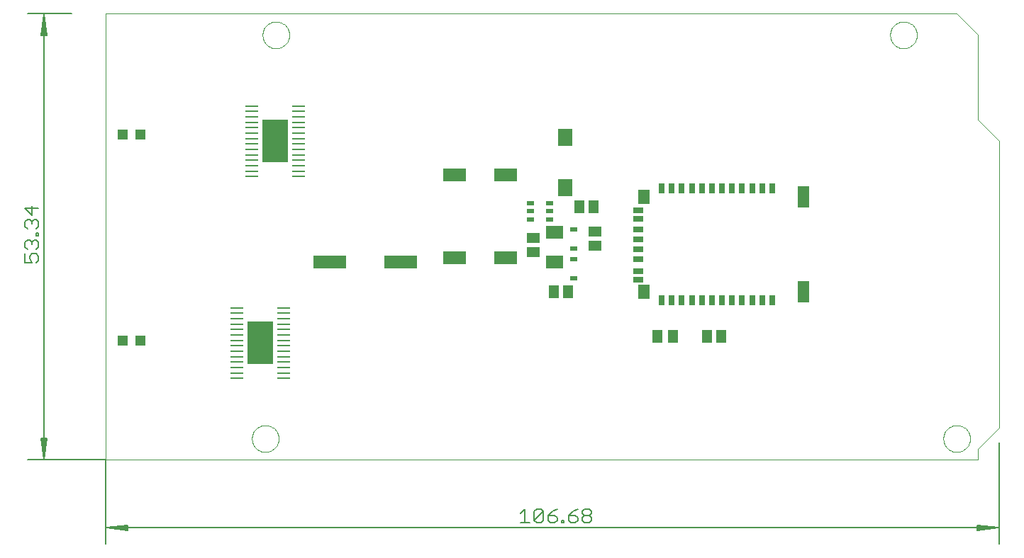
<source format=gtp>
G75*
%MOIN*%
%OFA0B0*%
%FSLAX24Y24*%
%IPPOS*%
%LPD*%
%AMOC8*
5,1,8,0,0,1.08239X$1,22.5*
%
%ADD10C,0.0000*%
%ADD11C,0.0051*%
%ADD12C,0.0060*%
%ADD13R,0.0315X0.0512*%
%ADD14R,0.0512X0.0315*%
%ADD15R,0.0551X0.0709*%
%ADD16R,0.0551X0.0984*%
%ADD17R,0.0610X0.0098*%
%ADD18R,0.1220X0.2039*%
%ADD19R,0.1110X0.0620*%
%ADD20R,0.0472X0.0472*%
%ADD21R,0.0512X0.0591*%
%ADD22R,0.1535X0.0630*%
%ADD23R,0.0354X0.0236*%
%ADD24R,0.0591X0.0512*%
%ADD25R,0.0669X0.0787*%
%ADD26R,0.0787X0.0591*%
%ADD27R,0.0327X0.0248*%
D10*
X004160Y004093D02*
X004160Y025093D01*
X044160Y025093D01*
X045160Y024093D01*
X045160Y020093D01*
X046160Y019093D01*
X046160Y005593D01*
X045160Y004593D01*
X045160Y004093D01*
X004160Y004093D01*
X011030Y005093D02*
X011032Y005143D01*
X011038Y005193D01*
X011048Y005242D01*
X011062Y005290D01*
X011079Y005337D01*
X011100Y005382D01*
X011125Y005426D01*
X011153Y005467D01*
X011185Y005506D01*
X011219Y005543D01*
X011256Y005577D01*
X011296Y005607D01*
X011338Y005634D01*
X011382Y005658D01*
X011428Y005679D01*
X011475Y005695D01*
X011523Y005708D01*
X011573Y005717D01*
X011622Y005722D01*
X011673Y005723D01*
X011723Y005720D01*
X011772Y005713D01*
X011821Y005702D01*
X011869Y005687D01*
X011915Y005669D01*
X011960Y005647D01*
X012003Y005621D01*
X012044Y005592D01*
X012083Y005560D01*
X012119Y005525D01*
X012151Y005487D01*
X012181Y005447D01*
X012208Y005404D01*
X012231Y005360D01*
X012250Y005314D01*
X012266Y005266D01*
X012278Y005217D01*
X012286Y005168D01*
X012290Y005118D01*
X012290Y005068D01*
X012286Y005018D01*
X012278Y004969D01*
X012266Y004920D01*
X012250Y004872D01*
X012231Y004826D01*
X012208Y004782D01*
X012181Y004739D01*
X012151Y004699D01*
X012119Y004661D01*
X012083Y004626D01*
X012044Y004594D01*
X012003Y004565D01*
X011960Y004539D01*
X011915Y004517D01*
X011869Y004499D01*
X011821Y004484D01*
X011772Y004473D01*
X011723Y004466D01*
X011673Y004463D01*
X011622Y004464D01*
X011573Y004469D01*
X011523Y004478D01*
X011475Y004491D01*
X011428Y004507D01*
X011382Y004528D01*
X011338Y004552D01*
X011296Y004579D01*
X011256Y004609D01*
X011219Y004643D01*
X011185Y004680D01*
X011153Y004719D01*
X011125Y004760D01*
X011100Y004804D01*
X011079Y004849D01*
X011062Y004896D01*
X011048Y004944D01*
X011038Y004993D01*
X011032Y005043D01*
X011030Y005093D01*
X043530Y005093D02*
X043532Y005143D01*
X043538Y005193D01*
X043548Y005242D01*
X043562Y005290D01*
X043579Y005337D01*
X043600Y005382D01*
X043625Y005426D01*
X043653Y005467D01*
X043685Y005506D01*
X043719Y005543D01*
X043756Y005577D01*
X043796Y005607D01*
X043838Y005634D01*
X043882Y005658D01*
X043928Y005679D01*
X043975Y005695D01*
X044023Y005708D01*
X044073Y005717D01*
X044122Y005722D01*
X044173Y005723D01*
X044223Y005720D01*
X044272Y005713D01*
X044321Y005702D01*
X044369Y005687D01*
X044415Y005669D01*
X044460Y005647D01*
X044503Y005621D01*
X044544Y005592D01*
X044583Y005560D01*
X044619Y005525D01*
X044651Y005487D01*
X044681Y005447D01*
X044708Y005404D01*
X044731Y005360D01*
X044750Y005314D01*
X044766Y005266D01*
X044778Y005217D01*
X044786Y005168D01*
X044790Y005118D01*
X044790Y005068D01*
X044786Y005018D01*
X044778Y004969D01*
X044766Y004920D01*
X044750Y004872D01*
X044731Y004826D01*
X044708Y004782D01*
X044681Y004739D01*
X044651Y004699D01*
X044619Y004661D01*
X044583Y004626D01*
X044544Y004594D01*
X044503Y004565D01*
X044460Y004539D01*
X044415Y004517D01*
X044369Y004499D01*
X044321Y004484D01*
X044272Y004473D01*
X044223Y004466D01*
X044173Y004463D01*
X044122Y004464D01*
X044073Y004469D01*
X044023Y004478D01*
X043975Y004491D01*
X043928Y004507D01*
X043882Y004528D01*
X043838Y004552D01*
X043796Y004579D01*
X043756Y004609D01*
X043719Y004643D01*
X043685Y004680D01*
X043653Y004719D01*
X043625Y004760D01*
X043600Y004804D01*
X043579Y004849D01*
X043562Y004896D01*
X043548Y004944D01*
X043538Y004993D01*
X043532Y005043D01*
X043530Y005093D01*
X041030Y024093D02*
X041032Y024143D01*
X041038Y024193D01*
X041048Y024242D01*
X041062Y024290D01*
X041079Y024337D01*
X041100Y024382D01*
X041125Y024426D01*
X041153Y024467D01*
X041185Y024506D01*
X041219Y024543D01*
X041256Y024577D01*
X041296Y024607D01*
X041338Y024634D01*
X041382Y024658D01*
X041428Y024679D01*
X041475Y024695D01*
X041523Y024708D01*
X041573Y024717D01*
X041622Y024722D01*
X041673Y024723D01*
X041723Y024720D01*
X041772Y024713D01*
X041821Y024702D01*
X041869Y024687D01*
X041915Y024669D01*
X041960Y024647D01*
X042003Y024621D01*
X042044Y024592D01*
X042083Y024560D01*
X042119Y024525D01*
X042151Y024487D01*
X042181Y024447D01*
X042208Y024404D01*
X042231Y024360D01*
X042250Y024314D01*
X042266Y024266D01*
X042278Y024217D01*
X042286Y024168D01*
X042290Y024118D01*
X042290Y024068D01*
X042286Y024018D01*
X042278Y023969D01*
X042266Y023920D01*
X042250Y023872D01*
X042231Y023826D01*
X042208Y023782D01*
X042181Y023739D01*
X042151Y023699D01*
X042119Y023661D01*
X042083Y023626D01*
X042044Y023594D01*
X042003Y023565D01*
X041960Y023539D01*
X041915Y023517D01*
X041869Y023499D01*
X041821Y023484D01*
X041772Y023473D01*
X041723Y023466D01*
X041673Y023463D01*
X041622Y023464D01*
X041573Y023469D01*
X041523Y023478D01*
X041475Y023491D01*
X041428Y023507D01*
X041382Y023528D01*
X041338Y023552D01*
X041296Y023579D01*
X041256Y023609D01*
X041219Y023643D01*
X041185Y023680D01*
X041153Y023719D01*
X041125Y023760D01*
X041100Y023804D01*
X041079Y023849D01*
X041062Y023896D01*
X041048Y023944D01*
X041038Y023993D01*
X041032Y024043D01*
X041030Y024093D01*
X011530Y024093D02*
X011532Y024143D01*
X011538Y024193D01*
X011548Y024242D01*
X011562Y024290D01*
X011579Y024337D01*
X011600Y024382D01*
X011625Y024426D01*
X011653Y024467D01*
X011685Y024506D01*
X011719Y024543D01*
X011756Y024577D01*
X011796Y024607D01*
X011838Y024634D01*
X011882Y024658D01*
X011928Y024679D01*
X011975Y024695D01*
X012023Y024708D01*
X012073Y024717D01*
X012122Y024722D01*
X012173Y024723D01*
X012223Y024720D01*
X012272Y024713D01*
X012321Y024702D01*
X012369Y024687D01*
X012415Y024669D01*
X012460Y024647D01*
X012503Y024621D01*
X012544Y024592D01*
X012583Y024560D01*
X012619Y024525D01*
X012651Y024487D01*
X012681Y024447D01*
X012708Y024404D01*
X012731Y024360D01*
X012750Y024314D01*
X012766Y024266D01*
X012778Y024217D01*
X012786Y024168D01*
X012790Y024118D01*
X012790Y024068D01*
X012786Y024018D01*
X012778Y023969D01*
X012766Y023920D01*
X012750Y023872D01*
X012731Y023826D01*
X012708Y023782D01*
X012681Y023739D01*
X012651Y023699D01*
X012619Y023661D01*
X012583Y023626D01*
X012544Y023594D01*
X012503Y023565D01*
X012460Y023539D01*
X012415Y023517D01*
X012369Y023499D01*
X012321Y023484D01*
X012272Y023473D01*
X012223Y023466D01*
X012173Y023463D01*
X012122Y023464D01*
X012073Y023469D01*
X012023Y023478D01*
X011975Y023491D01*
X011928Y023507D01*
X011882Y023528D01*
X011838Y023552D01*
X011796Y023579D01*
X011756Y023609D01*
X011719Y023643D01*
X011685Y023680D01*
X011653Y023719D01*
X011625Y023760D01*
X011600Y023804D01*
X011579Y023849D01*
X011562Y023896D01*
X011548Y023944D01*
X011538Y023993D01*
X011532Y024043D01*
X011530Y024093D01*
D11*
X004160Y004093D02*
X004160Y000126D01*
X004185Y000893D02*
X005183Y000791D01*
X005183Y000768D02*
X004185Y000893D01*
X005183Y000996D01*
X005183Y001019D02*
X005183Y000768D01*
X005183Y000842D02*
X004185Y000893D01*
X005183Y000944D01*
X005183Y001019D02*
X004185Y000893D01*
X046134Y000893D01*
X045136Y000791D01*
X045136Y000768D02*
X046134Y000893D01*
X045136Y000996D01*
X045136Y001019D02*
X045136Y000768D01*
X045136Y000842D02*
X046134Y000893D01*
X045136Y000944D01*
X045136Y001019D02*
X046134Y000893D01*
X046160Y000126D02*
X046160Y004893D01*
X004160Y004093D02*
X000492Y004093D01*
X001260Y004119D02*
X001362Y005117D01*
X001385Y005117D02*
X001260Y004119D01*
X001157Y005117D01*
X001134Y005117D02*
X001385Y005117D01*
X001311Y005117D02*
X001260Y004119D01*
X001208Y005117D01*
X001134Y005117D02*
X001260Y004119D01*
X001260Y025068D01*
X001362Y024070D01*
X001385Y024070D02*
X001260Y025068D01*
X001157Y024070D01*
X001134Y024070D02*
X001385Y024070D01*
X001311Y024070D02*
X001260Y025068D01*
X001208Y024070D01*
X001134Y024070D02*
X001260Y025068D01*
X000492Y025093D02*
X002560Y025093D01*
D12*
X000683Y016050D02*
X000683Y015623D01*
X000363Y015943D01*
X001003Y015943D01*
X000897Y015405D02*
X001003Y015299D01*
X001003Y015085D01*
X000897Y014978D01*
X000897Y014763D02*
X001003Y014763D01*
X001003Y014656D01*
X000897Y014656D01*
X000897Y014763D01*
X000897Y014439D02*
X001003Y014332D01*
X001003Y014118D01*
X000897Y014012D01*
X000897Y013794D02*
X001003Y013687D01*
X001003Y013474D01*
X000897Y013367D01*
X000683Y013367D02*
X000576Y013581D01*
X000576Y013687D01*
X000683Y013794D01*
X000897Y013794D01*
X000470Y014012D02*
X000363Y014118D01*
X000363Y014332D01*
X000470Y014439D01*
X000576Y014439D01*
X000683Y014332D01*
X000790Y014439D01*
X000897Y014439D01*
X000683Y014332D02*
X000683Y014225D01*
X000363Y013794D02*
X000363Y013367D01*
X000683Y013367D01*
X000470Y014978D02*
X000363Y015085D01*
X000363Y015299D01*
X000470Y015405D01*
X000576Y015405D01*
X000683Y015299D01*
X000790Y015405D01*
X000897Y015405D01*
X000683Y015299D02*
X000683Y015192D01*
X023654Y001577D02*
X023867Y001790D01*
X023867Y001149D01*
X023654Y001149D02*
X024081Y001149D01*
X024298Y001256D02*
X024725Y001683D01*
X024725Y001256D01*
X024619Y001149D01*
X024405Y001149D01*
X024298Y001256D01*
X024298Y001683D01*
X024405Y001790D01*
X024619Y001790D01*
X024725Y001683D01*
X024943Y001470D02*
X025263Y001470D01*
X025370Y001363D01*
X025370Y001256D01*
X025263Y001149D01*
X025050Y001149D01*
X024943Y001256D01*
X024943Y001470D01*
X025156Y001683D01*
X025370Y001790D01*
X025910Y001470D02*
X026230Y001470D01*
X026337Y001363D01*
X026337Y001256D01*
X026230Y001149D01*
X026017Y001149D01*
X025910Y001256D01*
X025910Y001470D01*
X026123Y001683D01*
X026337Y001790D01*
X026554Y001683D02*
X026554Y001577D01*
X026661Y001470D01*
X026875Y001470D01*
X026981Y001363D01*
X026981Y001256D01*
X026875Y001149D01*
X026661Y001149D01*
X026554Y001256D01*
X026554Y001363D01*
X026661Y001470D01*
X026875Y001470D02*
X026981Y001577D01*
X026981Y001683D01*
X026875Y001790D01*
X026661Y001790D01*
X026554Y001683D01*
X025694Y001256D02*
X025694Y001149D01*
X025587Y001149D01*
X025587Y001256D01*
X025694Y001256D01*
D13*
X030286Y011600D03*
X030759Y011600D03*
X031231Y011600D03*
X031704Y011600D03*
X032176Y011600D03*
X032648Y011600D03*
X033121Y011600D03*
X033593Y011600D03*
X034066Y011600D03*
X034538Y011600D03*
X035011Y011600D03*
X035483Y011600D03*
X035483Y016875D03*
X035011Y016875D03*
X034538Y016875D03*
X034066Y016875D03*
X033593Y016875D03*
X033121Y016875D03*
X032648Y016875D03*
X032176Y016875D03*
X031704Y016875D03*
X031231Y016875D03*
X030759Y016875D03*
X030286Y016875D03*
D14*
X029184Y015852D03*
X029184Y015458D03*
X029184Y014946D03*
X029184Y014474D03*
X029184Y014001D03*
X029184Y013529D03*
X029184Y012978D03*
X029184Y012584D03*
D15*
X029460Y011993D03*
X029460Y016481D03*
D16*
X036940Y016481D03*
X036940Y011993D03*
D17*
X013211Y017430D03*
X013211Y017686D03*
X013211Y017942D03*
X013211Y018198D03*
X013211Y018454D03*
X013211Y018709D03*
X013211Y018965D03*
X013211Y019221D03*
X013211Y019477D03*
X013211Y019733D03*
X013211Y019989D03*
X013211Y020245D03*
X013211Y020501D03*
X013211Y020757D03*
X011006Y020757D03*
X011006Y020501D03*
X011006Y020245D03*
X011006Y019989D03*
X011006Y019733D03*
X011006Y019477D03*
X011006Y019221D03*
X011006Y018965D03*
X011006Y018709D03*
X011006Y018454D03*
X011006Y018198D03*
X011006Y017942D03*
X011006Y017686D03*
X011006Y017430D03*
X010306Y011257D03*
X010306Y011001D03*
X010306Y010745D03*
X010306Y010489D03*
X010306Y010233D03*
X010306Y009977D03*
X010306Y009721D03*
X010306Y009465D03*
X010306Y009209D03*
X010306Y008954D03*
X010306Y008698D03*
X010306Y008442D03*
X010306Y008186D03*
X010306Y007930D03*
X012511Y007930D03*
X012511Y008186D03*
X012511Y008442D03*
X012511Y008698D03*
X012511Y008954D03*
X012511Y009209D03*
X012511Y009465D03*
X012511Y009721D03*
X012511Y009977D03*
X012511Y010233D03*
X012511Y010489D03*
X012511Y010745D03*
X012511Y011001D03*
X012511Y011257D03*
D18*
X011409Y009593D03*
X012109Y019093D03*
D19*
X020560Y017493D03*
X022950Y017493D03*
X022950Y013593D03*
X020560Y013593D03*
D20*
X005773Y009693D03*
X004946Y009693D03*
X004946Y019393D03*
X005773Y019393D03*
D21*
X025225Y011993D03*
X025894Y011993D03*
X030085Y009893D03*
X030834Y009893D03*
X032425Y009893D03*
X033094Y009893D03*
X027094Y015993D03*
X026425Y015993D03*
D22*
X018033Y013393D03*
X014686Y013393D03*
D23*
X024107Y015419D03*
X024107Y015793D03*
X024107Y016167D03*
X025012Y016167D03*
X025012Y015793D03*
X025012Y015419D03*
D24*
X024260Y014528D03*
X024260Y013859D03*
X027160Y014159D03*
X027160Y014828D03*
D25*
X025760Y016912D03*
X025760Y019274D03*
D26*
X025260Y014793D03*
X025260Y013415D03*
D27*
X026160Y013546D03*
X026160Y014041D03*
X026160Y014946D03*
X026160Y012641D03*
M02*

</source>
